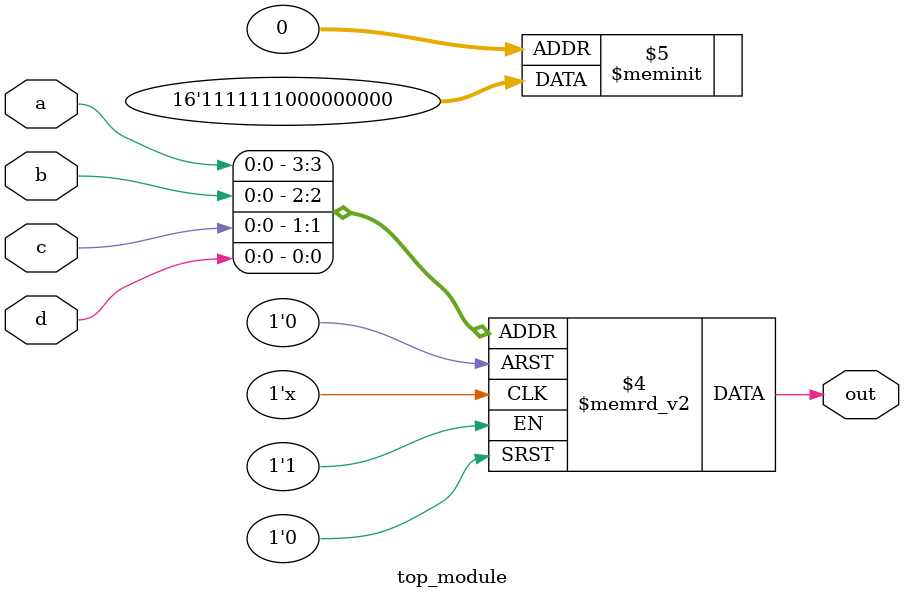
<source format=sv>
module top_module (
    input a,
    input b,
    input c,
    input d,
    output reg out
);
    
    always @* begin
        case ({a, b, c, d})
            4'b0000: out = 1'b0;
            4'b0001: out = 1'b0;
            4'b0010: out = 1'b0;
            4'b0011: out = 1'b0;
            4'b0100: out = 1'b0;
            4'b0101: out = 1'b0;
            4'b0110: out = 1'b0;
            4'b0111: out = 1'b0;
            4'b1000: out = 1'b0;
            default: out = 1'b1;
        endcase
    end
    
endmodule

</source>
